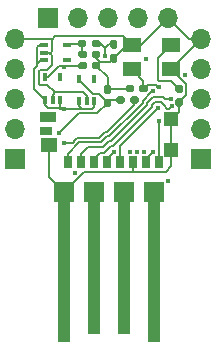
<source format=gtl>
%TF.GenerationSoftware,KiCad,Pcbnew,(5.1.9)-1*%
%TF.CreationDate,2021-08-06T11:33:52+02:00*%
%TF.ProjectId,PumpkinPi,50756d70-6b69-46e5-9069-2e6b69636164,rev?*%
%TF.SameCoordinates,Original*%
%TF.FileFunction,Copper,L1,Top*%
%TF.FilePolarity,Positive*%
%FSLAX46Y46*%
G04 Gerber Fmt 4.6, Leading zero omitted, Abs format (unit mm)*
G04 Created by KiCad (PCBNEW (5.1.9)-1) date 2021-08-06 11:33:52*
%MOMM*%
%LPD*%
G01*
G04 APERTURE LIST*
%TA.AperFunction,SMDPad,CuDef*%
%ADD10R,0.400000X0.650000*%
%TD*%
%TA.AperFunction,ComponentPad*%
%ADD11C,0.100000*%
%TD*%
%TA.AperFunction,SMDPad,CuDef*%
%ADD12R,1.150000X1.200000*%
%TD*%
%TA.AperFunction,SMDPad,CuDef*%
%ADD13R,1.400000X0.900000*%
%TD*%
%TA.AperFunction,SMDPad,CuDef*%
%ADD14R,1.000000X0.700000*%
%TD*%
%TA.AperFunction,SMDPad,CuDef*%
%ADD15R,1.450000X1.200000*%
%TD*%
%TA.AperFunction,SMDPad,CuDef*%
%ADD16R,0.700000X1.000000*%
%TD*%
%TA.AperFunction,ComponentPad*%
%ADD17R,1.700000X1.700000*%
%TD*%
%TA.AperFunction,ComponentPad*%
%ADD18O,1.700000X1.700000*%
%TD*%
%TA.AperFunction,SMDPad,CuDef*%
%ADD19R,0.650000X0.400000*%
%TD*%
%TA.AperFunction,SMDPad,CuDef*%
%ADD20R,1.600000X1.300000*%
%TD*%
%TA.AperFunction,ViaPad*%
%ADD21C,0.400000*%
%TD*%
%TA.AperFunction,Conductor*%
%ADD22C,0.200000*%
%TD*%
G04 APERTURE END LIST*
D10*
%TO.P,U4,1*%
%TO.N,/USB_VBUS*%
X103708440Y-93797160D03*
%TO.P,U4,3*%
X105008440Y-93797160D03*
%TO.P,U4,2*%
%TO.N,GND*%
X104358440Y-93797160D03*
%TO.P,U4,4*%
%TO.N,N/C*%
X105008440Y-91897160D03*
%TO.P,U4,5*%
%TO.N,+3V3*%
X103708440Y-91897160D03*
%TD*%
%TO.P,C1,1*%
%TO.N,+1V1*%
%TA.AperFunction,SMDPad,CuDef*%
G36*
G01*
X103639340Y-90919360D02*
X103639340Y-90609360D01*
G75*
G02*
X103794340Y-90454360I155000J0D01*
G01*
X104219340Y-90454360D01*
G75*
G02*
X104374340Y-90609360I0J-155000D01*
G01*
X104374340Y-90919360D01*
G75*
G02*
X104219340Y-91074360I-155000J0D01*
G01*
X103794340Y-91074360D01*
G75*
G02*
X103639340Y-90919360I0J155000D01*
G01*
G37*
%TD.AperFunction*%
%TO.P,C1,2*%
%TO.N,GND*%
%TA.AperFunction,SMDPad,CuDef*%
G36*
G01*
X104774340Y-90919360D02*
X104774340Y-90609360D01*
G75*
G02*
X104929340Y-90454360I155000J0D01*
G01*
X105354340Y-90454360D01*
G75*
G02*
X105509340Y-90609360I0J-155000D01*
G01*
X105509340Y-90919360D01*
G75*
G02*
X105354340Y-91074360I-155000J0D01*
G01*
X104929340Y-91074360D01*
G75*
G02*
X104774340Y-90919360I0J155000D01*
G01*
G37*
%TD.AperFunction*%
%TD*%
%TO.P,C2,1*%
%TO.N,+2V5*%
%TA.AperFunction,SMDPad,CuDef*%
G36*
G01*
X103644420Y-89969400D02*
X103644420Y-89659400D01*
G75*
G02*
X103799420Y-89504400I155000J0D01*
G01*
X104224420Y-89504400D01*
G75*
G02*
X104379420Y-89659400I0J-155000D01*
G01*
X104379420Y-89969400D01*
G75*
G02*
X104224420Y-90124400I-155000J0D01*
G01*
X103799420Y-90124400D01*
G75*
G02*
X103644420Y-89969400I0J155000D01*
G01*
G37*
%TD.AperFunction*%
%TO.P,C2,2*%
%TO.N,GND*%
%TA.AperFunction,SMDPad,CuDef*%
G36*
G01*
X104779420Y-89969400D02*
X104779420Y-89659400D01*
G75*
G02*
X104934420Y-89504400I155000J0D01*
G01*
X105359420Y-89504400D01*
G75*
G02*
X105514420Y-89659400I0J-155000D01*
G01*
X105514420Y-89969400D01*
G75*
G02*
X105359420Y-90124400I-155000J0D01*
G01*
X104934420Y-90124400D01*
G75*
G02*
X104779420Y-89969400I0J155000D01*
G01*
G37*
%TD.AperFunction*%
%TD*%
%TO.P,C3,2*%
%TO.N,GND*%
%TA.AperFunction,SMDPad,CuDef*%
G36*
G01*
X106278740Y-93160240D02*
X105968740Y-93160240D01*
G75*
G02*
X105813740Y-93005240I0J155000D01*
G01*
X105813740Y-92580240D01*
G75*
G02*
X105968740Y-92425240I155000J0D01*
G01*
X106278740Y-92425240D01*
G75*
G02*
X106433740Y-92580240I0J-155000D01*
G01*
X106433740Y-93005240D01*
G75*
G02*
X106278740Y-93160240I-155000J0D01*
G01*
G37*
%TD.AperFunction*%
%TO.P,C3,1*%
%TO.N,+3V3*%
%TA.AperFunction,SMDPad,CuDef*%
G36*
G01*
X106278740Y-94295240D02*
X105968740Y-94295240D01*
G75*
G02*
X105813740Y-94140240I0J155000D01*
G01*
X105813740Y-93715240D01*
G75*
G02*
X105968740Y-93560240I155000J0D01*
G01*
X106278740Y-93560240D01*
G75*
G02*
X106433740Y-93715240I0J-155000D01*
G01*
X106433740Y-94140240D01*
G75*
G02*
X106278740Y-94295240I-155000J0D01*
G01*
G37*
%TD.AperFunction*%
%TD*%
%TO.P,C11,1*%
%TO.N,/CLKP*%
%TA.AperFunction,SMDPad,CuDef*%
G36*
G01*
X112021560Y-92369360D02*
X112331560Y-92369360D01*
G75*
G02*
X112486560Y-92524360I0J-155000D01*
G01*
X112486560Y-92949360D01*
G75*
G02*
X112331560Y-93104360I-155000J0D01*
G01*
X112021560Y-93104360D01*
G75*
G02*
X111866560Y-92949360I0J155000D01*
G01*
X111866560Y-92524360D01*
G75*
G02*
X112021560Y-92369360I155000J0D01*
G01*
G37*
%TD.AperFunction*%
%TO.P,C11,2*%
%TO.N,GND*%
%TA.AperFunction,SMDPad,CuDef*%
G36*
G01*
X112021560Y-93504360D02*
X112331560Y-93504360D01*
G75*
G02*
X112486560Y-93659360I0J-155000D01*
G01*
X112486560Y-94084360D01*
G75*
G02*
X112331560Y-94239360I-155000J0D01*
G01*
X112021560Y-94239360D01*
G75*
G02*
X111866560Y-94084360I0J155000D01*
G01*
X111866560Y-93659360D01*
G75*
G02*
X112021560Y-93504360I155000J0D01*
G01*
G37*
%TD.AperFunction*%
%TD*%
%TO.P,C12,1*%
%TO.N,/CLKN*%
%TA.AperFunction,SMDPad,CuDef*%
G36*
G01*
X109520000Y-92555000D02*
X109520000Y-92865000D01*
G75*
G02*
X109365000Y-93020000I-155000J0D01*
G01*
X108940000Y-93020000D01*
G75*
G02*
X108785000Y-92865000I0J155000D01*
G01*
X108785000Y-92555000D01*
G75*
G02*
X108940000Y-92400000I155000J0D01*
G01*
X109365000Y-92400000D01*
G75*
G02*
X109520000Y-92555000I0J-155000D01*
G01*
G37*
%TD.AperFunction*%
%TO.P,C12,2*%
%TO.N,GND*%
%TA.AperFunction,SMDPad,CuDef*%
G36*
G01*
X108385000Y-92555000D02*
X108385000Y-92865000D01*
G75*
G02*
X108230000Y-93020000I-155000J0D01*
G01*
X107805000Y-93020000D01*
G75*
G02*
X107650000Y-92865000I0J155000D01*
G01*
X107650000Y-92555000D01*
G75*
G02*
X107805000Y-92400000I155000J0D01*
G01*
X108230000Y-92400000D01*
G75*
G02*
X108385000Y-92555000I0J-155000D01*
G01*
G37*
%TD.AperFunction*%
%TD*%
%TA.AperFunction,ComponentPad*%
D11*
%TO.P,J2,1*%
%TO.N,GND*%
G36*
X103250000Y-100623000D02*
G01*
X103250000Y-102323000D01*
X102900000Y-102323000D01*
X102900000Y-114173000D01*
X101900000Y-114173000D01*
X101900000Y-102323000D01*
X101550000Y-102323000D01*
X101550000Y-100623000D01*
X103250000Y-100623000D01*
G37*
%TD.AperFunction*%
%TA.AperFunction,ComponentPad*%
%TO.P,J2,2*%
%TO.N,/USB_P*%
G36*
X105790000Y-100623000D02*
G01*
X105790000Y-102323000D01*
X105440000Y-102323000D01*
X105440000Y-113473000D01*
X104440000Y-113473000D01*
X104440000Y-102323000D01*
X104090000Y-102323000D01*
X104090000Y-100623000D01*
X105790000Y-100623000D01*
G37*
%TD.AperFunction*%
%TA.AperFunction,ComponentPad*%
%TO.P,J2,3*%
%TO.N,/USB_N*%
G36*
X108330000Y-100623000D02*
G01*
X108330000Y-102323000D01*
X107980000Y-102323000D01*
X107980000Y-113473000D01*
X106980000Y-113473000D01*
X106980000Y-102323000D01*
X106630000Y-102323000D01*
X106630000Y-100623000D01*
X108330000Y-100623000D01*
G37*
%TD.AperFunction*%
%TA.AperFunction,ComponentPad*%
%TO.P,J2,4*%
%TO.N,/USB_VBUS*%
G36*
X110870000Y-100623000D02*
G01*
X110870000Y-102323000D01*
X110520000Y-102323000D01*
X110520000Y-114173000D01*
X109520000Y-114173000D01*
X109520000Y-102323000D01*
X109170000Y-102323000D01*
X109170000Y-100623000D01*
X110870000Y-100623000D01*
G37*
%TD.AperFunction*%
%TD*%
D12*
%TO.P,J3,10*%
%TO.N,GND*%
X111525000Y-95311000D03*
%TO.P,J3,9*%
X111525000Y-97901000D03*
D13*
%TO.P,J3,11*%
%TO.N,N/C*%
X101100000Y-95161000D03*
D14*
%TO.P,J3,12*%
X100900000Y-96311000D03*
D15*
%TO.P,J3,13*%
%TO.N,GND*%
X101125000Y-97461000D03*
D16*
%TO.P,J3,8*%
%TO.N,/SD0_D1*%
X110450000Y-98951000D03*
%TO.P,J3,7*%
%TO.N,/SD0_D0*%
X109350000Y-98951000D03*
%TO.P,J3,6*%
%TO.N,GND*%
X108250000Y-98951000D03*
%TO.P,J3,5*%
%TO.N,/SD0_CLK*%
X107150000Y-98951000D03*
%TO.P,J3,4*%
%TO.N,+3V3*%
X106050000Y-98951000D03*
%TO.P,J3,3*%
%TO.N,/SD0_CMD*%
X104950000Y-98951000D03*
%TO.P,J3,2*%
%TO.N,/SD0_D3*%
X103850000Y-98951000D03*
%TO.P,J3,1*%
%TO.N,/SD0_D2*%
X102750000Y-98951000D03*
%TD*%
D17*
%TO.P,J4,1*%
%TO.N,/SPI_MOSI*%
X114046000Y-98679000D03*
D18*
%TO.P,J4,2*%
%TO.N,/SPI_MISO*%
X114046000Y-96139000D03*
%TO.P,J4,3*%
%TO.N,/SPI_CS*%
X114046000Y-93599000D03*
%TO.P,J4,4*%
%TO.N,/SPI_CLK*%
X114046000Y-91059000D03*
%TO.P,J4,5*%
%TO.N,GND*%
X114046000Y-88519000D03*
%TD*%
%TO.P,J5,5*%
%TO.N,GND*%
X111252000Y-86741000D03*
%TO.P,J5,4*%
%TO.N,/RX*%
X108712000Y-86741000D03*
%TO.P,J5,3*%
%TO.N,/TX*%
X106172000Y-86741000D03*
%TO.P,J5,2*%
%TO.N,/SCL*%
X103632000Y-86741000D03*
D17*
%TO.P,J5,1*%
%TO.N,/SDA*%
X101092000Y-86741000D03*
%TD*%
%TO.P,J6,1*%
%TO.N,/PD7*%
X98298000Y-98679000D03*
D18*
%TO.P,J6,2*%
%TO.N,/PD8*%
X98298000Y-96139000D03*
%TO.P,J6,3*%
%TO.N,/PD9*%
X98298000Y-93599000D03*
%TO.P,J6,4*%
%TO.N,/PD10*%
X98298000Y-91059000D03*
%TO.P,J6,5*%
%TO.N,GND*%
X98298000Y-88519000D03*
%TD*%
%TO.P,R7,1*%
%TO.N,+3V3*%
%TA.AperFunction,SMDPad,CuDef*%
G36*
G01*
X106840060Y-93845360D02*
X106840060Y-93525360D01*
G75*
G02*
X107000060Y-93365360I160000J0D01*
G01*
X107395060Y-93365360D01*
G75*
G02*
X107555060Y-93525360I0J-160000D01*
G01*
X107555060Y-93845360D01*
G75*
G02*
X107395060Y-94005360I-160000J0D01*
G01*
X107000060Y-94005360D01*
G75*
G02*
X106840060Y-93845360I0J160000D01*
G01*
G37*
%TD.AperFunction*%
%TO.P,R7,2*%
%TO.N,/RESET*%
%TA.AperFunction,SMDPad,CuDef*%
G36*
G01*
X108035060Y-93845360D02*
X108035060Y-93525360D01*
G75*
G02*
X108195060Y-93365360I160000J0D01*
G01*
X108590060Y-93365360D01*
G75*
G02*
X108750060Y-93525360I0J-160000D01*
G01*
X108750060Y-93845360D01*
G75*
G02*
X108590060Y-94005360I-160000J0D01*
G01*
X108195060Y-94005360D01*
G75*
G02*
X108035060Y-93845360I0J160000D01*
G01*
G37*
%TD.AperFunction*%
%TD*%
%TO.P,R8,2*%
%TO.N,/SVREF*%
%TA.AperFunction,SMDPad,CuDef*%
G36*
G01*
X104809260Y-89062540D02*
X104809260Y-88742540D01*
G75*
G02*
X104969260Y-88582540I160000J0D01*
G01*
X105364260Y-88582540D01*
G75*
G02*
X105524260Y-88742540I0J-160000D01*
G01*
X105524260Y-89062540D01*
G75*
G02*
X105364260Y-89222540I-160000J0D01*
G01*
X104969260Y-89222540D01*
G75*
G02*
X104809260Y-89062540I0J160000D01*
G01*
G37*
%TD.AperFunction*%
%TO.P,R8,1*%
%TO.N,+2V5*%
%TA.AperFunction,SMDPad,CuDef*%
G36*
G01*
X103614260Y-89062540D02*
X103614260Y-88742540D01*
G75*
G02*
X103774260Y-88582540I160000J0D01*
G01*
X104169260Y-88582540D01*
G75*
G02*
X104329260Y-88742540I0J-160000D01*
G01*
X104329260Y-89062540D01*
G75*
G02*
X104169260Y-89222540I-160000J0D01*
G01*
X103774260Y-89222540D01*
G75*
G02*
X103614260Y-89062540I0J160000D01*
G01*
G37*
%TD.AperFunction*%
%TD*%
%TO.P,R9,1*%
%TO.N,/SVREF*%
%TA.AperFunction,SMDPad,CuDef*%
G36*
G01*
X106471740Y-88605400D02*
X106791740Y-88605400D01*
G75*
G02*
X106951740Y-88765400I0J-160000D01*
G01*
X106951740Y-89160400D01*
G75*
G02*
X106791740Y-89320400I-160000J0D01*
G01*
X106471740Y-89320400D01*
G75*
G02*
X106311740Y-89160400I0J160000D01*
G01*
X106311740Y-88765400D01*
G75*
G02*
X106471740Y-88605400I160000J0D01*
G01*
G37*
%TD.AperFunction*%
%TO.P,R9,2*%
%TO.N,GND*%
%TA.AperFunction,SMDPad,CuDef*%
G36*
G01*
X106471740Y-89800400D02*
X106791740Y-89800400D01*
G75*
G02*
X106951740Y-89960400I0J-160000D01*
G01*
X106951740Y-90355400D01*
G75*
G02*
X106791740Y-90515400I-160000J0D01*
G01*
X106471740Y-90515400D01*
G75*
G02*
X106311740Y-90355400I0J160000D01*
G01*
X106311740Y-89960400D01*
G75*
G02*
X106471740Y-89800400I160000J0D01*
G01*
G37*
%TD.AperFunction*%
%TD*%
D10*
%TO.P,U2,1*%
%TO.N,/USB_VBUS*%
X100808000Y-93660000D03*
%TO.P,U2,3*%
X102108000Y-93660000D03*
%TO.P,U2,2*%
%TO.N,GND*%
X101458000Y-93660000D03*
%TO.P,U2,4*%
%TO.N,N/C*%
X102108000Y-91760000D03*
%TO.P,U2,5*%
%TO.N,+1V1*%
X100808000Y-91760000D03*
%TD*%
D19*
%TO.P,U3,5*%
%TO.N,+2V5*%
X102677000Y-89012000D03*
%TO.P,U3,4*%
%TO.N,N/C*%
X102677000Y-90312000D03*
%TO.P,U3,2*%
%TO.N,GND*%
X100777000Y-89662000D03*
%TO.P,U3,3*%
%TO.N,/USB_VBUS*%
X100777000Y-90312000D03*
%TO.P,U3,1*%
X100777000Y-89012000D03*
%TD*%
D20*
%TO.P,Y1,1*%
%TO.N,/CLKP*%
X111474520Y-89058240D03*
%TO.P,Y1,2*%
%TO.N,GND*%
X108174520Y-89058240D03*
%TO.P,Y1,3*%
%TO.N,/CLKN*%
X108174520Y-91058240D03*
%TO.P,Y1,4*%
%TO.N,GND*%
X111474520Y-91058240D03*
%TD*%
D21*
%TO.N,+1V1*%
X108619997Y-98044000D03*
X109347000Y-90170000D03*
X102395634Y-90912001D03*
%TO.N,GND*%
X111525000Y-97901000D03*
%TO.N,+2V5*%
X103345806Y-99820086D03*
X103967344Y-88835067D03*
%TO.N,+3V3*%
X108020036Y-98050998D03*
X106642432Y-98083340D03*
X111276968Y-100554851D03*
X102021627Y-96499689D03*
X112699657Y-91541865D03*
%TO.N,/CLKP*%
X112176560Y-92736860D03*
%TO.N,/CLKN*%
X110462669Y-92591633D03*
%TO.N,/RESET*%
X109220000Y-98044000D03*
X102421651Y-97282844D03*
%TO.N,/USB_VBUS*%
X102429998Y-94457195D03*
%TO.N,/SD0_D1*%
X110445644Y-95425286D03*
%TO.N,/SD0_D0*%
X109950000Y-98044000D03*
%TO.N,/SD0_CLK*%
X110386072Y-94334000D03*
%TO.N,/SD0_CMD*%
X111532594Y-94183276D03*
%TO.N,/SD0_D3*%
X111530346Y-93583280D03*
%TO.N,/SD0_D2*%
X109970002Y-92934096D03*
%TO.N,/SVREF*%
X105899749Y-89934189D03*
%TD*%
D22*
%TO.N,+1V1*%
X101990997Y-90812001D02*
X103959199Y-90812001D01*
X101042998Y-91760000D02*
X101990997Y-90812001D01*
X103959199Y-90812001D02*
X104006840Y-90764360D01*
X100808000Y-91760000D02*
X101042998Y-91760000D01*
%TO.N,GND*%
X111525000Y-95311000D02*
X111525000Y-97901000D01*
X101125000Y-100198000D02*
X102400000Y-101473000D01*
X101125000Y-97461000D02*
X101125000Y-100198000D01*
X111525000Y-99266002D02*
X111525000Y-97901000D01*
X111040001Y-99751001D02*
X111525000Y-99266002D01*
X108350001Y-99751001D02*
X111040001Y-99751001D01*
X108250000Y-99651000D02*
X108350001Y-99751001D01*
X108250000Y-98951000D02*
X108250000Y-99651000D01*
X108250000Y-99651000D02*
X108149999Y-99751001D01*
X104121999Y-99751001D02*
X102400000Y-101473000D01*
X108149999Y-99751001D02*
X104121999Y-99751001D01*
X111508924Y-91058240D02*
X111474520Y-91058240D01*
X112786570Y-92335886D02*
X111508924Y-91058240D01*
X112786570Y-93261850D02*
X112786570Y-92335886D01*
X112176560Y-93871860D02*
X112786570Y-93261850D01*
X108807760Y-89058240D02*
X108174520Y-89058240D01*
X111506760Y-91058240D02*
X111474520Y-91058240D01*
X114046000Y-88519000D02*
X111506760Y-91058240D01*
X107836278Y-92710000D02*
X108017500Y-92710000D01*
X106206480Y-92710000D02*
X106123740Y-92792740D01*
X108017500Y-92710000D02*
X106206480Y-92710000D01*
X104358440Y-93382158D02*
X104358440Y-93797160D01*
X101458000Y-93244998D02*
X101458000Y-93660000D01*
X101667999Y-93034999D02*
X101458000Y-93244998D01*
X104011281Y-93034999D02*
X101667999Y-93034999D01*
X104358440Y-93382158D02*
X104011281Y-93034999D01*
X100777000Y-89662000D02*
X101302000Y-89662000D01*
X106355450Y-90434190D02*
X106631740Y-90157900D01*
X105456710Y-90434190D02*
X106355450Y-90434190D01*
X105146920Y-90124400D02*
X105456710Y-90434190D01*
X105146920Y-89814400D02*
X105146920Y-90124400D01*
X105456710Y-90449490D02*
X105141840Y-90764360D01*
X105456710Y-90434190D02*
X105456710Y-90449490D01*
X101402001Y-88571999D02*
X101402001Y-89561999D01*
X101342001Y-88511999D02*
X101402001Y-88571999D01*
X100211999Y-88511999D02*
X101342001Y-88511999D01*
X100204998Y-88519000D02*
X100211999Y-88511999D01*
X101402001Y-89561999D02*
X101302000Y-89662000D01*
X98298000Y-88519000D02*
X100204998Y-88519000D01*
X101402001Y-90752001D02*
X101019003Y-91134999D01*
X101402001Y-89871999D02*
X101402001Y-90752001D01*
X101192002Y-89662000D02*
X101402001Y-89871999D01*
X100777000Y-89662000D02*
X101192002Y-89662000D01*
X100307999Y-92325001D02*
X100367999Y-92385001D01*
X100307999Y-91194999D02*
X100307999Y-92325001D01*
X100367999Y-91134999D02*
X100307999Y-91194999D01*
X101019003Y-91134999D02*
X100367999Y-91134999D01*
X101018001Y-92385001D02*
X101667999Y-93034999D01*
X100367999Y-92385001D02*
X101018001Y-92385001D01*
X108934760Y-89058240D02*
X111252000Y-86741000D01*
X108174520Y-89058240D02*
X108934760Y-89058240D01*
X113030000Y-88519000D02*
X114046000Y-88519000D01*
X111252000Y-86741000D02*
X113030000Y-88519000D01*
X112176560Y-94659440D02*
X112176560Y-93871860D01*
X111525000Y-95311000D02*
X112176560Y-94659440D01*
X107731400Y-89058240D02*
X106631740Y-90157900D01*
X108174520Y-89058240D02*
X107731400Y-89058240D01*
X106123740Y-91746260D02*
X106123740Y-92792740D01*
X105141840Y-90764360D02*
X106123740Y-91746260D01*
X101691470Y-88282530D02*
X101402001Y-88571999D01*
X107398810Y-88282530D02*
X101691470Y-88282530D01*
X108174520Y-89058240D02*
X107398810Y-88282530D01*
%TO.N,+2V5*%
X103971760Y-89774240D02*
X104011920Y-89814400D01*
X103971760Y-88902540D02*
X103971760Y-89774240D01*
X102786460Y-88902540D02*
X102677000Y-89012000D01*
X103971760Y-88902540D02*
X102786460Y-88902540D01*
%TO.N,+3V3*%
X106050000Y-98675772D02*
X106642432Y-98083340D01*
X106050000Y-98951000D02*
X106050000Y-98675772D01*
X106366120Y-93685360D02*
X106123740Y-93927740D01*
X107197560Y-93685360D02*
X106366120Y-93685360D01*
X105368159Y-93172159D02*
X106123740Y-93927740D01*
X104858439Y-93172159D02*
X105368159Y-93172159D01*
X103708440Y-92022160D02*
X104858439Y-93172159D01*
X103708440Y-91897160D02*
X103708440Y-92022160D01*
X105229309Y-94822171D02*
X103699145Y-94822171D01*
X103699145Y-94822171D02*
X102021627Y-96499689D01*
X106123740Y-93927740D02*
X105229309Y-94822171D01*
%TO.N,/CLKP*%
X112176560Y-92736860D02*
X111473785Y-92034085D01*
X110374519Y-90158241D02*
X111474520Y-89058240D01*
X110374519Y-91948241D02*
X110374519Y-90158241D01*
X110460363Y-92034085D02*
X110374519Y-91948241D01*
X111473785Y-92034085D02*
X110460363Y-92034085D01*
%TO.N,/CLKN*%
X110210003Y-92434095D02*
X109428405Y-92434095D01*
X109428405Y-92434095D02*
X109152500Y-92710000D01*
X110407168Y-92631260D02*
X110210003Y-92434095D01*
X110423042Y-92631260D02*
X110407168Y-92631260D01*
X110462669Y-92591633D02*
X110423042Y-92631260D01*
X109152500Y-92036220D02*
X108174520Y-91058240D01*
X109152500Y-92710000D02*
X109152500Y-92036220D01*
%TO.N,/RESET*%
X108392560Y-93685360D02*
X108392560Y-94064720D01*
X108392560Y-94064720D02*
X106187990Y-96269290D01*
X106102300Y-96354980D02*
X105909921Y-96354981D01*
X106187990Y-96269290D02*
X106102300Y-96354980D01*
X105909921Y-96354981D02*
X105401925Y-96862980D01*
X105401925Y-96862980D02*
X104851200Y-96862980D01*
X103572321Y-96862980D02*
X103334820Y-97100482D01*
X104851200Y-96862980D02*
X103572321Y-96862980D01*
X103152458Y-97282844D02*
X102421651Y-97282844D01*
X103334820Y-97100482D02*
X103152458Y-97282844D01*
%TO.N,/USB_VBUS*%
X105008440Y-93797160D02*
X105008440Y-94254560D01*
X103708440Y-94212162D02*
X103708440Y-93797160D01*
X103918439Y-94422161D02*
X103708440Y-94212162D01*
X104840839Y-94422161D02*
X103918439Y-94422161D01*
X105008440Y-94254560D02*
X104840839Y-94422161D01*
X102108000Y-94234000D02*
X102108000Y-93660000D01*
X102296161Y-94422161D02*
X102108000Y-94234000D01*
X102051163Y-94422161D02*
X101990002Y-94361000D01*
X102427839Y-94422161D02*
X102051163Y-94422161D01*
X103918439Y-94422161D02*
X102427839Y-94422161D01*
X102427839Y-94422161D02*
X102296161Y-94422161D01*
X100808000Y-94075002D02*
X100808000Y-93660000D01*
X101093998Y-94361000D02*
X100808000Y-94075002D01*
X101990002Y-94361000D02*
X101093998Y-94361000D01*
X100808000Y-93660000D02*
X100307999Y-93159999D01*
X99907989Y-92759989D02*
X100808000Y-93660000D01*
X100151999Y-90785300D02*
X99907989Y-91029310D01*
X100361998Y-89012000D02*
X100151999Y-89221999D01*
X99907989Y-91029310D02*
X99907989Y-92759989D01*
X100777000Y-89012000D02*
X100361998Y-89012000D01*
X100777000Y-90312000D02*
X100442000Y-90312000D01*
X100151999Y-90602001D02*
X100151999Y-90785300D01*
X100442000Y-90312000D02*
X100151999Y-90602001D01*
X100151999Y-89221999D02*
X100151999Y-90602001D01*
%TO.N,/SD0_D1*%
X110450000Y-95429642D02*
X110445644Y-95425286D01*
X110450000Y-98951000D02*
X110450000Y-95429642D01*
%TO.N,/SD0_D0*%
X109350000Y-98644000D02*
X109950000Y-98044000D01*
X109350000Y-98951000D02*
X109350000Y-98644000D01*
%TO.N,/SD0_CLK*%
X107150000Y-97570072D02*
X110386072Y-94334000D01*
X107150000Y-98951000D02*
X107150000Y-97570072D01*
%TO.N,/SD0_CMD*%
X104950000Y-98660998D02*
X104950000Y-98951000D01*
X110626073Y-93833999D02*
X110146071Y-93833999D01*
X110146071Y-93833999D02*
X109886071Y-94093999D01*
X110886073Y-94093999D02*
X110626073Y-93833999D01*
X109886071Y-94093999D02*
X109886071Y-94268303D01*
X106378661Y-97583339D02*
X105811001Y-98150999D01*
X105811001Y-98150999D02*
X105459999Y-98150999D01*
X109886071Y-94268303D02*
X106571035Y-97583339D01*
X106571035Y-97583339D02*
X106378661Y-97583339D01*
X105459999Y-98150999D02*
X104950000Y-98660998D01*
X110886073Y-94122073D02*
X111174999Y-94410999D01*
X110886073Y-94093999D02*
X110886073Y-94122073D01*
X111304871Y-94410999D02*
X111532594Y-94183276D01*
X111174999Y-94410999D02*
X111304871Y-94410999D01*
%TO.N,/SD0_D3*%
X105733302Y-97663000D02*
X105978651Y-97417651D01*
X103850000Y-98251000D02*
X104438000Y-97663000D01*
X104438000Y-97663000D02*
X105733302Y-97663000D01*
X103850000Y-98951000D02*
X103850000Y-98251000D01*
X106241301Y-97155000D02*
X106433676Y-97155000D01*
X105978651Y-97417650D02*
X106241301Y-97155000D01*
X105978651Y-97417651D02*
X105978651Y-97417650D01*
X106433676Y-97155000D02*
X109160338Y-94428338D01*
X109160338Y-94428338D02*
X109486061Y-94102615D01*
X109980382Y-93433989D02*
X110791762Y-93433989D01*
X109486061Y-93928310D02*
X109980382Y-93433989D01*
X109486061Y-94102615D02*
X109486061Y-93928310D01*
X110941053Y-93583280D02*
X111530346Y-93583280D01*
X110791762Y-93433989D02*
X110941053Y-93583280D01*
%TO.N,/SD0_D2*%
X102750000Y-98251000D02*
X103738010Y-97262990D01*
X102750000Y-98951000D02*
X102750000Y-98251000D01*
X105567614Y-97262990D02*
X106075612Y-96754990D01*
X103738010Y-97262990D02*
X105567614Y-97262990D01*
X106075612Y-96754990D02*
X106267988Y-96754990D01*
X106267988Y-96754990D02*
X108760330Y-94262648D01*
X108760330Y-94262648D02*
X109086051Y-93936927D01*
X109086051Y-93762621D02*
X109814693Y-93033979D01*
X109086051Y-93936927D02*
X109086051Y-93762621D01*
X109870119Y-93033979D02*
X109970002Y-92934096D01*
X109814693Y-93033979D02*
X109870119Y-93033979D01*
%TO.N,/SVREF*%
X105899749Y-89278029D02*
X105899749Y-89934189D01*
X105524260Y-88902540D02*
X105899749Y-89278029D01*
X105166760Y-88902540D02*
X105524260Y-88902540D01*
X106214878Y-88962900D02*
X105899749Y-89278029D01*
X106631740Y-88962900D02*
X106214878Y-88962900D01*
%TD*%
M02*

</source>
